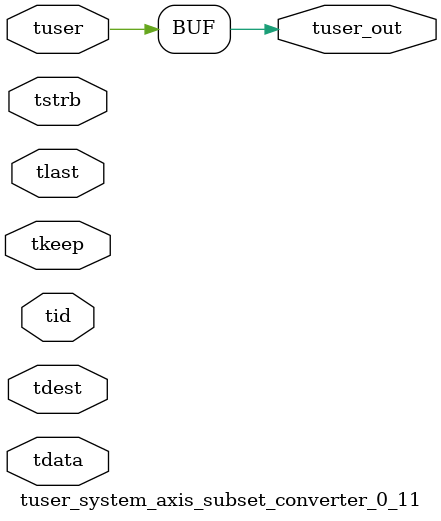
<source format=v>


`timescale 1ps/1ps

module tuser_system_axis_subset_converter_0_11 #
(
parameter C_S_AXIS_TUSER_WIDTH = 1,
parameter C_S_AXIS_TDATA_WIDTH = 32,
parameter C_S_AXIS_TID_WIDTH   = 0,
parameter C_S_AXIS_TDEST_WIDTH = 0,
parameter C_M_AXIS_TUSER_WIDTH = 1
)
(
input  [(C_S_AXIS_TUSER_WIDTH == 0 ? 1 : C_S_AXIS_TUSER_WIDTH)-1:0     ] tuser,
input  [(C_S_AXIS_TDATA_WIDTH == 0 ? 1 : C_S_AXIS_TDATA_WIDTH)-1:0     ] tdata,
input  [(C_S_AXIS_TID_WIDTH   == 0 ? 1 : C_S_AXIS_TID_WIDTH)-1:0       ] tid,
input  [(C_S_AXIS_TDEST_WIDTH == 0 ? 1 : C_S_AXIS_TDEST_WIDTH)-1:0     ] tdest,
input  [(C_S_AXIS_TDATA_WIDTH/8)-1:0 ] tkeep,
input  [(C_S_AXIS_TDATA_WIDTH/8)-1:0 ] tstrb,
input                                                                    tlast,
output [C_M_AXIS_TUSER_WIDTH-1:0] tuser_out
);

assign tuser_out = {tuser[0:0]};

endmodule


</source>
